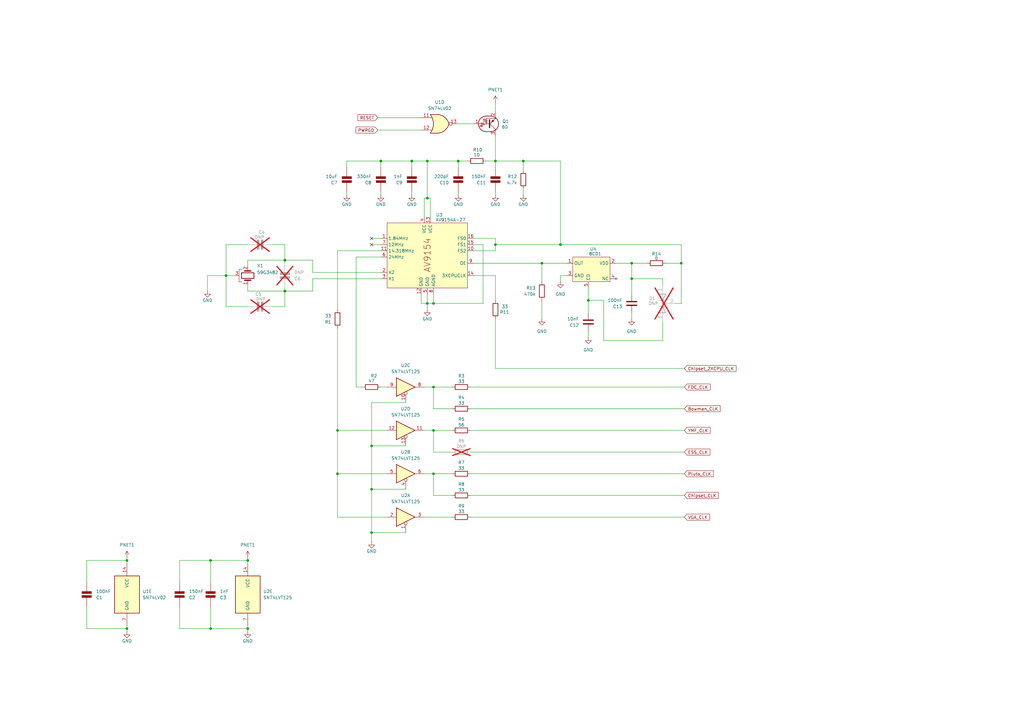
<source format=kicad_sch>
(kicad_sch (version 20250114) (generator "eeschema") (generator_version "9.0")
  (paper "A3")
  (title_block (title "PC110") (company "Recreated by: Ahmad Byagowi"))
  (lib_symbols
    (symbol "74xx:74LS02" (pin_names (offset 1.016))
      (property "Reference" "U" (at 0 1.27 0))
      (property "Value" "74LS02" (at 0 -1.27 0))
      (symbol "74LS02_1_1"
        (arc (start -3.81 3.81) (mid -2.589 0) (end -3.81 -3.81) (stroke (width 0.254)))
        (polyline (pts (xy -3.81 3.81) (xy -0.635 3.81)) (stroke (width 0.254)) (fill (type background)))
        (polyline (pts (xy -3.81 -3.81) (xy -0.635 -3.81)) (stroke (width 0.254)) (fill (type background)))
        (arc (start 3.81 0) (mid 2.1855 -2.584) (end -0.6096 -3.81) (stroke (width 0.254)) (fill (type background)))
        (arc (start -0.6096 3.81) (mid 2.1928 2.5924) (end 3.81 0) (stroke (width 0.254)) (fill (type background)))
        (polyline (pts (xy -0.635 3.81) (xy -3.81 3.81) (xy -3.81 3.81) (xy -3.556 3.4036) (xy -3.0226 2.2606) (xy -2.6924 1.0414) (xy -2.6162 -0.254) (xy -2.7686 -1.4986) (xy -3.175 -2.7178) (xy -3.81 -3.81) (xy -3.81 -3.81) (xy -0.635 -3.81)) (stroke (width -25.4)) (fill (type background)))
        (pin input line (at -7.62 2.54 0) (length 4.318) (name "~") (number "2"))
        (pin input line (at -7.62 -2.54 0) (length 4.318) (name "~") (number "3"))
        (pin output inverted (at 7.62 0 180) (length 3.81) (name "~") (number "1"))
      )
      (symbol "74LS02_1_2"
        (arc (start 0 3.81) (mid 3.7934 0) (end 0 -3.81) (stroke (width 0.254)) (fill (type background)))
        (polyline (pts (xy 0 3.81) (xy -3.81 3.81) (xy -3.81 -3.81) (xy 0 -3.81)) (stroke (width 0.254)) (fill (type background)))
        (pin input inverted (at -7.62 2.54 0) (length 3.81) (name "~") (number "2"))
        (pin input inverted (at -7.62 -2.54 0) (length 3.81) (name "~") (number "3"))
        (pin output line (at 7.62 0 180) (length 3.81) (name "~") (number "1"))
      )
      (symbol "74LS02_2_1"
        (arc (start -3.81 3.81) (mid -2.589 0) (end -3.81 -3.81) (stroke (width 0.254)))
        (polyline (pts (xy -3.81 3.81) (xy -0.635 3.81)) (stroke (width 0.254)) (fill (type background)))
        (polyline (pts (xy -3.81 -3.81) (xy -0.635 -3.81)) (stroke (width 0.254)) (fill (type background)))
        (arc (start 3.81 0) (mid 2.1855 -2.584) (end -0.6096 -3.81) (stroke (width 0.254)) (fill (type background)))
        (arc (start -0.6096 3.81) (mid 2.1928 2.5924) (end 3.81 0) (stroke (width 0.254)) (fill (type background)))
        (polyline (pts (xy -0.635 3.81) (xy -3.81 3.81) (xy -3.81 3.81) (xy -3.556 3.4036) (xy -3.0226 2.2606) (xy -2.6924 1.0414) (xy -2.6162 -0.254) (xy -2.7686 -1.4986) (xy -3.175 -2.7178) (xy -3.81 -3.81) (xy -3.81 -3.81) (xy -0.635 -3.81)) (stroke (width -25.4)) (fill (type background)))
        (pin input line (at -7.62 2.54 0) (length 4.318) (name "~") (number "5"))
        (pin input line (at -7.62 -2.54 0) (length 4.318) (name "~") (number "6"))
        (pin output inverted (at 7.62 0 180) (length 3.81) (name "~") (number "4"))
      )
      (symbol "74LS02_2_2"
        (arc (start 0 3.81) (mid 3.7934 0) (end 0 -3.81) (stroke (width 0.254)) (fill (type background)))
        (polyline (pts (xy 0 3.81) (xy -3.81 3.81) (xy -3.81 -3.81) (xy 0 -3.81)) (stroke (width 0.254)) (fill (type background)))
        (pin input inverted (at -7.62 2.54 0) (length 3.81) (name "~") (number "5"))
        (pin input inverted (at -7.62 -2.54 0) (length 3.81) (name "~") (number "6"))
        (pin output line (at 7.62 0 180) (length 3.81) (name "~") (number "4"))
      )
      (symbol "74LS02_3_1"
        (arc (start -3.81 3.81) (mid -2.589 0) (end -3.81 -3.81) (stroke (width 0.254)))
        (polyline (pts (xy -3.81 3.81) (xy -0.635 3.81)) (stroke (width 0.254)) (fill (type background)))
        (polyline (pts (xy -3.81 -3.81) (xy -0.635 -3.81)) (stroke (width 0.254)) (fill (type background)))
        (arc (start 3.81 0) (mid 2.1855 -2.584) (end -0.6096 -3.81) (stroke (width 0.254)) (fill (type background)))
        (arc (start -0.6096 3.81) (mid 2.1928 2.5924) (end 3.81 0) (stroke (width 0.254)) (fill (type background)))
        (polyline (pts (xy -0.635 3.81) (xy -3.81 3.81) (xy -3.81 3.81) (xy -3.556 3.4036) (xy -3.0226 2.2606) (xy -2.6924 1.0414) (xy -2.6162 -0.254) (xy -2.7686 -1.4986) (xy -3.175 -2.7178) (xy -3.81 -3.81) (xy -3.81 -3.81) (xy -0.635 -3.81)) (stroke (width -25.4)) (fill (type background)))
        (pin input line (at -7.62 2.54 0) (length 4.318) (name "~") (number "8"))
        (pin input line (at -7.62 -2.54 0) (length 4.318) (name "~") (number "9"))
        (pin output inverted (at 7.62 0 180) (length 3.81) (name "~") (number "10"))
      )
      (symbol "74LS02_3_2"
        (arc (start 0 3.81) (mid 3.7934 0) (end 0 -3.81) (stroke (width 0.254)) (fill (type background)))
        (polyline (pts (xy 0 3.81) (xy -3.81 3.81) (xy -3.81 -3.81) (xy 0 -3.81)) (stroke (width 0.254)) (fill (type background)))
        (pin input inverted (at -7.62 2.54 0) (length 3.81) (name "~") (number "8"))
        (pin input inverted (at -7.62 -2.54 0) (length 3.81) (name "~") (number "9"))
        (pin output line (at 7.62 0 180) (length 3.81) (name "~") (number "10"))
      )
      (symbol "74LS02_4_1"
        (arc (start -3.81 3.81) (mid -2.589 0) (end -3.81 -3.81) (stroke (width 0.254)))
        (polyline (pts (xy -3.81 3.81) (xy -0.635 3.81)) (stroke (width 0.254)) (fill (type background)))
        (polyline (pts (xy -3.81 -3.81) (xy -0.635 -3.81)) (stroke (width 0.254)) (fill (type background)))
        (arc (start 3.81 0) (mid 2.1855 -2.584) (end -0.6096 -3.81) (stroke (width 0.254)) (fill (type background)))
        (arc (start -0.6096 3.81) (mid 2.1928 2.5924) (end 3.81 0) (stroke (width 0.254)) (fill (type background)))
        (polyline (pts (xy -0.635 3.81) (xy -3.81 3.81) (xy -3.81 3.81) (xy -3.556 3.4036) (xy -3.0226 2.2606) (xy -2.6924 1.0414) (xy -2.6162 -0.254) (xy -2.7686 -1.4986) (xy -3.175 -2.7178) (xy -3.81 -3.81) (xy -3.81 -3.81) (xy -0.635 -3.81)) (stroke (width -25.4)) (fill (type background)))
        (pin input line (at -7.62 2.54 0) (length 4.318) (name "~") (number "11"))
        (pin input line (at -7.62 -2.54 0) (length 4.318) (name "~") (number "12"))
        (pin output inverted (at 7.62 0 180) (length 3.81) (name "~") (number "13"))
      )
      (symbol "74LS02_4_2"
        (arc (start 0 3.81) (mid 3.7934 0) (end 0 -3.81) (stroke (width 0.254)) (fill (type background)))
        (polyline (pts (xy 0 3.81) (xy -3.81 3.81) (xy -3.81 -3.81) (xy 0 -3.81)) (stroke (width 0.254)) (fill (type background)))
        (pin input inverted (at -7.62 2.54 0) (length 3.81) (name "~") (number "11"))
        (pin input inverted (at -7.62 -2.54 0) (length 3.81) (name "~") (number "12"))
        (pin output line (at 7.62 0 180) (length 3.81) (name "~") (number "13"))
      )
      (symbol "74LS02_5_0"
        (pin power_in line (at 0 12.7 270) (length 5.08) (name "VCC") (number "14"))
        (pin power_in line (at 0 -12.7 90) (length 5.08) (name "GND") (number "7"))
      )
      (symbol "74LS02_5_1"
        (rectangle (start -5.08 7.62) (end 5.08 -7.62) (stroke (width 0.254)) (fill (type background)))
      )
    )
    (symbol "74xx:74LS125" (pin_names (offset 1.016))
      (property "Reference" "U" (at 0 1.27 0))
      (property "Value" "74LS125" (at 0 -1.27 0))
      (symbol "74LS125_1_0"
        (polyline (pts (xy -3.81 3.81) (xy -3.81 -3.81) (xy 3.81 0) (xy -3.81 3.81)) (stroke (width 0.254)) (fill (type background)))
        (pin input line (at -7.62 0 0) (length 3.81) (name "~") (number "2"))
        (pin input inverted (at 0 -6.35 90) (length 4.445) (name "~") (number "1"))
        (pin tri_state line (at 7.62 0 180) (length 3.81) (name "~") (number "3"))
      )
      (symbol "74LS125_2_0"
        (polyline (pts (xy -3.81 3.81) (xy -3.81 -3.81) (xy 3.81 0) (xy -3.81 3.81)) (stroke (width 0.254)) (fill (type background)))
        (pin input line (at -7.62 0 0) (length 3.81) (name "~") (number "5"))
        (pin input inverted (at 0 -6.35 90) (length 4.445) (name "~") (number "4"))
        (pin tri_state line (at 7.62 0 180) (length 3.81) (name "~") (number "6"))
      )
      (symbol "74LS125_3_0"
        (polyline (pts (xy -3.81 3.81) (xy -3.81 -3.81) (xy 3.81 0) (xy -3.81 3.81)) (stroke (width 0.254)) (fill (type background)))
        (pin input line (at -7.62 0 0) (length 3.81) (name "~") (number "9"))
        (pin input inverted (at 0 -6.35 90) (length 4.445) (name "~") (number "10"))
        (pin tri_state line (at 7.62 0 180) (length 3.81) (name "~") (number "8"))
      )
      (symbol "74LS125_4_0"
        (polyline (pts (xy -3.81 3.81) (xy -3.81 -3.81) (xy 3.81 0) (xy -3.81 3.81)) (stroke (width 0.254)) (fill (type background)))
        (pin input line (at -7.62 0 0) (length 3.81) (name "~") (number "12"))
        (pin input inverted (at 0 -6.35 90) (length 4.445) (name "~") (number "13"))
        (pin tri_state line (at 7.62 0 180) (length 3.81) (name "~") (number "11"))
      )
      (symbol "74LS125_5_0"
        (pin power_in line (at 0 12.7 270) (length 5.08) (name "VCC") (number "14"))
        (pin power_in line (at 0 -12.7 90) (length 5.08) (name "GND") (number "7"))
      )
      (symbol "74LS125_5_1"
        (rectangle (start -5.08 7.62) (end 5.08 -7.62) (stroke (width 0.254)) (fill (type background)))
      )
    )
    (symbol "Device:C" (pin_numbers (hide yes)) (pin_names (offset 0.254))
      (property "Reference" "C" (at 0.635 2.54 0))
      (property "Value" "C" (at 0.635 -2.54 0))
      (symbol "C_0_1"
        (polyline (pts (xy -2.032 0.762) (xy 2.032 0.762)) (stroke (width 0.508)))
        (polyline (pts (xy -2.032 -0.762) (xy 2.032 -0.762)) (stroke (width 0.508)))
      )
      (symbol "C_1_1"
        (pin passive line (at 0 3.81 270) (length 2.794) (name "~") (number "1"))
        (pin passive line (at 0 -3.81 90) (length 2.794) (name "~") (number "2"))
      )
    )
    (symbol "Device:Crystal_GND3" (pin_names (offset 1.016) (hide yes))
      (property "Reference" "Y" (at 0 5.715 0))
      (property "Value" "Crystal_GND3" (at 0 3.81 0))
      (symbol "Crystal_GND3_0_1"
        (polyline (pts (xy -2.54 0) (xy -1.905 0)))
        (polyline (pts (xy -2.54 -2.286) (xy -2.54 -3.556) (xy 2.54 -3.556) (xy 2.54 -2.286)))
        (polyline (pts (xy -1.905 -1.27) (xy -1.905 1.27)) (stroke (width 0.508)))
        (rectangle (start -1.143 2.54) (end 1.143 -2.54) (stroke (width 0.3048)))
        (polyline (pts (xy 0 -3.81) (xy 0 -3.556)))
        (polyline (pts (xy 1.905 1.27) (xy 1.905 -1.27)) (stroke (width 0.508)))
        (polyline (pts (xy 1.905 0) (xy 2.54 0)))
      )
      (symbol "Crystal_GND3_1_1"
        (pin passive line (at -3.81 0 0) (length 1.27) (name "1") (number "1"))
        (pin passive line (at 0 -5.08 90) (length 1.27) (name "3") (number "3"))
        (pin passive line (at 3.81 0 180) (length 1.27) (name "2") (number "2"))
      )
    )
    (symbol "Device:D_Dual_CommonCathode_AKA" (pin_names (offset 0.762) (hide yes))
      (property "Reference" "D" (at 1.27 -2.54 0))
      (property "Value" "D_Dual_CommonCathode_AKA" (at 0 2.54 0))
      (symbol "D_Dual_CommonCathode_AKA_0_1"
        (polyline (pts (xy -3.81 1.27) (xy -1.27 0) (xy -3.81 -1.27) (xy -3.81 1.27) (xy -3.81 1.27) (xy -3.81 1.27)) (stroke (width 0.254)))
        (polyline (pts (xy -1.27 -1.27) (xy -1.27 1.27) (xy -1.27 1.27)) (stroke (width 0.254)))
        (polyline (pts (xy 0 0) (xy 0 -2.54)))
        (circle (center 0 0) (radius 0.254) (fill (type outline)))
        (polyline (pts (xy 1.27 -1.27) (xy 1.27 1.27) (xy 1.27 1.27)) (stroke (width 0.254)))
        (polyline (pts (xy 3.81 0) (xy -3.81 0)))
        (polyline (pts (xy 3.81 -1.27) (xy 1.27 0) (xy 3.81 1.27) (xy 3.81 -1.27) (xy 3.81 -1.27) (xy 3.81 -1.27)) (stroke (width 0.254)))
        (pin passive line (at -7.62 0 0) (length 3.81) (name "A") (number "1"))
        (pin passive line (at 0 -5.08 90) (length 2.54) (name "K") (number "2"))
        (pin passive line (at 7.62 0 180) (length 3.81) (name "A") (number "3"))
      )
    )
    (symbol "Device:R" (pin_numbers (hide yes)) (pin_names (offset 0))
      (property "Reference" "R" (at 2.032 0 90))
      (property "Value" "R" (at 0 0 90))
      (symbol "R_0_1"
        (rectangle (start -1.016 -2.54) (end 1.016 2.54) (stroke (width 0.254)))
      )
      (symbol "R_1_1"
        (pin passive line (at 0 3.81 270) (length 1.27) (name "~") (number "1"))
        (pin passive line (at 0 -3.81 90) (length 1.27) (name "~") (number "2"))
      )
    )
    (symbol "PC110:AV9154"
      (property "Reference" "U" (at -1.397 -23.495 0))
      (symbol "AV9154_1_1"
        (rectangle (start -16.51 12.7) (end 16.51 -13.97) (fill (type color) (color 255 255 194 1)))
        (text "AV9154" (at 0 -0.508 900) (effects (font (size 2.54 2.54))))
        (pin output line (at -19.05 6.35 0) (length 2.54) (name "1.84MHz") (number "1"))
        (pin output line (at -19.05 3.81 0) (length 2.54) (name "12MHz") (number "7"))
        (pin output line (at -19.05 1.27 0) (length 2.54) (name "14.318MHz") (number "11"))
        (pin output line (at -19.05 -1.27 0) (length 2.54) (name "24MHz") (number "6"))
        (pin bidirectional line (at -19.05 -7.62 0) (length 2.54) (name "X2") (number "2"))
        (pin bidirectional line (at -19.05 -10.16 0) (length 2.54) (name "X1") (number "3"))
        (pin power_in line (at -2.54 -16.51 90) (length 2.54) (name "GND") (number "12"))
        (pin power_in line (at -1.27 15.24 270) (length 2.54) (name "VCC") (number "4"))
        (pin power_in line (at 0 -16.51 90) (length 2.54) (name "GND") (number "5"))
        (pin power_in line (at 1.27 15.24 270) (length 2.54) (name "VCC") (number "13"))
        (pin power_in line (at 2.54 -16.51 90) (length 2.54) (name "AGND") (number "8"))
        (pin input line (at 19.05 6.35 180) (length 2.54) (name "FS0") (number "16"))
        (pin input line (at 19.05 3.81 180) (length 2.54) (name "FS1") (number "15"))
        (pin input line (at 19.05 1.27 180) (length 2.54) (name "FS2") (number "10"))
        (pin input line (at 19.05 -3.81 180) (length 2.54) (name "OE") (number "9"))
        (pin input line (at 19.05 -8.89 180) (length 2.54) (name "3XCPUCLK") (number "14"))
      )
    )
    (symbol "PC110:QC01"
      (property "Reference" "U" (at -4.826 6.096 0))
      (symbol "QC01_1_1"
        (rectangle (start -7.62 5.08) (end 7.62 -5.08) (fill (type color) (color 255 255 194 1)))
        (pin power_in line (at -10.16 2.54 0) (length 2.54) (name "VDD") (number "2"))
        (pin no_connect line (at -10.16 -3.81 0) (length 2.54) (name "NC") (number "4"))
        (pin input line (at 1.27 -7.62 90) (length 2.54) (name "CD") (number "5"))
        (pin output line (at 10.16 2.54 180) (length 2.54) (name "OUT") (number "1"))
        (pin power_in line (at 10.16 -2.54 180) (length 2.54) (name "GND") (number "3"))
      )
    )
    (symbol "PCM_Elektuur:C" (pin_numbers (hide yes)) (pin_names (offset 0) (hide yes))
      (property "Reference" "C" (at 0.635 3.175 0))
      (property "Value" "C" (at 0.635 -3.175 0))
      (symbol "C_1_1"
        (rectangle (start -1.905 1.1938) (end 1.905 0.4318) (stroke (width 0.254)) (fill (type outline)))
        (rectangle (start -1.905 -0.4318) (end 1.905 -1.1938) (stroke (width 0.254)) (fill (type outline)))
        (pin passive line (at 0 5.08 270) (length 3.8862) (name "+") (number "1"))
        (pin passive line (at 0 -5.08 90) (length 3.8862) (name "-") (number "2"))
      )
      (symbol "C_1_2"
        (polyline (pts (xy -1.905 0.4318) (xy 1.905 0.4318) (xy 1.905 1.4986) (xy -1.905 1.4986) (xy -1.905 0.4318) (xy -1.8034 0.5334) (xy -1.8034 1.397) (xy 1.8034 1.397) (xy 1.8034 0.5334) (xy -1.8034 0.5334) (xy -1.905 0.4318)) (stroke (width 0.254)) (fill (type outline)))
        (polyline (pts (xy -1.905 -1.4986) (xy 1.905 -1.4986) (xy 1.905 -0.4318) (xy -1.905 -0.4318) (xy -1.905 -1.4986) (xy -1.8034 -1.397) (xy -1.8034 -0.5334) (xy 1.8034 -0.5334) (xy 1.8034 -1.397) (xy -1.8034 -1.397) (xy -1.905 -1.4986)) (stroke (width 0.254)) (fill (type outline)))
        (pin passive line (at 0 5.08 270) (length 3.5814) (name "+") (number "1"))
        (pin passive line (at 0 -5.08 90) (length 3.5814) (name "-") (number "2"))
      )
    )
    (symbol "Transistor_BJT:DTA114Y" (pin_names (offset 0) (hide yes))
      (property "Reference" "Q" (at 5.08 1.905 0))
      (property "Value" "DTA114Y" (at 5.08 0 0))
      (symbol "DTA114Y_0_0"
        (text "10k" (at -3.302 0.889 0) (effects (font (size 0.508 0.508))))
        (text "47k" (at -2.159 -1.524 900) (effects (font (size 0.508 0.508))))
      )
      (symbol "DTA114Y_0_1"
        (polyline (pts (xy -3.429 0) (xy -3.81 0)))
        (polyline (pts (xy -1.27 3.175) (xy 0.635 3.175)) (stroke (width 0.254)))
        (circle (center -1.27 0) (radius 0.127))
        (polyline (pts (xy -1.27 0) (xy -1.27 -0.381) (xy -0.762 -0.508) (xy -1.778 -0.762) (xy -0.762 -1.016) (xy -1.778 -1.27) (xy -0.762 -1.524) (xy -1.778 -1.778) (xy -1.27 -1.905) (xy -1.27 -2.286) (xy 2.54 -2.286)))
        (polyline (pts (xy -1.27 -3.175) (xy 0.635 -3.175)) (stroke (width 0.254)))
        (arc (start -1.27 -3.175) (mid -4.4312 0) (end -1.27 3.175) (stroke (width 0.254)))
        (polyline (pts (xy 0 0) (xy -1.905 0) (xy -2.032 0.508) (xy -2.286 -0.508) (xy -2.54 0.508) (xy -2.794 -0.508) (xy -3.048 0.508) (xy -3.302 -0.508) (xy -3.429 0)))
        (polyline (pts (xy 0 -0.254) (xy 2.54 2.286)))
        (polyline (pts (xy 0.127 1.524) (xy 0.127 -1.651)) (stroke (width 0.508)) (fill (type outline)))
        (arc (start 0.635 3.175) (mid 3.7962 0) (end 0.635 -3.175) (stroke (width 0.254)))
        (polyline (pts (xy 1.397 -1.651) (xy 1.905 -1.143) (xy 0.889 -0.635) (xy 1.397 -1.651)) (fill (type outline)))
        (polyline (pts (xy 2.54 2.286) (xy 2.54 2.54)))
        (polyline (pts (xy 2.54 -2.286) (xy 0 0.254) (xy 0 0.254)))
        (circle (center 2.54 -2.286) (radius 0.127))
      )
      (symbol "DTA114Y_1_1"
        (pin input line (at -6.35 0 0) (length 2.54) (name "B") (number "1"))
        (pin passive line (at 2.54 5.08 270) (length 2.54) (name "C") (number "3"))
        (pin passive line (at 2.54 -5.08 90) (length 2.54) (name "E") (number "2"))
      )
    )
    (symbol "power:GND" (power) (pin_numbers (hide yes)) (pin_names (offset 0) (hide yes))
      (property "Value" "GND" (at 0 -3.81 0))
      (symbol "GND_0_1"
        (polyline (pts (xy 0 0) (xy 0 -1.27) (xy 1.27 -1.27) (xy 0 -2.54) (xy -1.27 -1.27) (xy 0 -1.27)))
      )
      (symbol "GND_1_1"
        (pin power_in line (at 0 0 270) (length 0) (name "~") (number "1"))
      )
    )
    (symbol "power:VCC" (power) (pin_numbers (hide yes)) (pin_names (offset 0) (hide yes))
      (property "Value" "VCC" (at 0 3.556 0))
      (symbol "VCC_0_1"
        (polyline (pts (xy -0.762 1.27) (xy 0 2.54)))
        (polyline (pts (xy 0 2.54) (xy 0.762 1.27)))
        (polyline (pts (xy 0 0) (xy 0 2.54)))
      )
      (symbol "VCC_1_1"
        (pin power_in line (at 0 0 90) (length 0) (name "~") (number "1"))
      )
    )
  )
  (junction (at 187.96 66.04))
  (junction (at 214.63 66.04))
  (junction (at 138.43 176.53))
  (junction (at 86.36 257.81))
  (junction (at 92.71 113.03))
  (junction (at 222.25 107.95))
  (junction (at 175.26 81.28))
  (junction (at 177.8 158.75))
  (junction (at 175.26 124.46))
  (junction (at 259.08 107.95))
  (junction (at 203.2 100.33))
  (junction (at 177.8 176.53))
  (junction (at 168.91 66.04))
  (junction (at 177.8 124.46))
  (junction (at 175.26 66.04))
  (junction (at 138.43 194.31))
  (junction (at 241.3 123.19))
  (junction (at 116.84 119.38))
  (junction (at 101.6 229.87))
  (junction (at 152.4 182.88))
  (junction (at 152.4 200.66))
  (junction (at 229.87 100.33))
  (junction (at 116.84 106.68))
  (junction (at 156.21 66.04))
  (junction (at 203.2 66.04))
  (junction (at 152.4 218.44))
  (junction (at 52.07 229.87))
  (junction (at 86.36 229.87))
  (junction (at 101.6 257.81))
  (junction (at 279.4 107.95))
  (junction (at 259.08 114.3))
  (junction (at 52.07 257.81))
  (junction (at 177.8 194.31))
  (no_connect (at 152.4 100.33))
  (no_connect (at 152.4 97.79))
  (wire (pts (xy 259.08 107.95) (xy 259.08 114.3)))
  (wire (pts (xy 85.09 113.03) (xy 92.71 113.03)))
  (wire (pts (xy 172.72 53.34) (xy 154.94 53.34)))
  (wire (pts (xy 247.65 139.7) (xy 247.65 123.19)))
  (wire (pts (xy 198.12 100.33) (xy 198.12 124.46)))
  (wire (pts (xy 203.2 55.88) (xy 203.2 66.04)))
  (wire (pts (xy 203.2 100.33) (xy 229.87 100.33)))
  (wire (pts (xy 156.21 66.04) (xy 156.21 68.58)))
  (wire (pts (xy 247.65 123.19) (xy 241.3 123.19)))
  (wire (pts (xy 185.42 203.2) (xy 177.8 203.2)))
  (wire (pts (xy 203.2 102.87) (xy 194.31 102.87)))
  (wire (pts (xy 101.6 256.54) (xy 101.6 257.81)))
  (wire (pts (xy 175.26 127) (xy 175.26 124.46)))
  (wire (pts (xy 175.26 124.46) (xy 177.8 124.46)))
  (wire (pts (xy 138.43 127) (xy 138.43 102.87)))
  (wire (pts (xy 252.73 107.95) (xy 259.08 107.95)))
  (wire (pts (xy 265.43 107.95) (xy 259.08 107.95)))
  (wire (pts (xy 116.84 125.73) (xy 116.84 119.38)))
  (wire (pts (xy 35.56 229.87) (xy 52.07 229.87)))
  (wire (pts (xy 173.99 88.9) (xy 173.99 81.28)))
  (wire (pts (xy 138.43 212.09) (xy 158.75 212.09)))
  (wire (pts (xy 203.2 151.13) (xy 280.67 151.13)))
  (wire (pts (xy 142.24 78.74) (xy 142.24 80.01)))
  (wire (pts (xy 176.53 81.28) (xy 176.53 88.9)))
  (wire (pts (xy 86.36 248.92) (xy 86.36 257.81)))
  (wire (pts (xy 193.04 203.2) (xy 280.67 203.2)))
  (wire (pts (xy 148.59 158.75) (xy 146.05 158.75)))
  (wire (pts (xy 271.78 116.84) (xy 271.78 114.3)))
  (wire (pts (xy 279.4 107.95) (xy 279.4 100.33)))
  (wire (pts (xy 232.41 113.03) (xy 229.87 113.03)))
  (wire (pts (xy 173.99 194.31) (xy 177.8 194.31)))
  (wire (pts (xy 175.26 81.28) (xy 176.53 81.28)))
  (wire (pts (xy 194.31 100.33) (xy 198.12 100.33)))
  (wire (pts (xy 203.2 41.91) (xy 203.2 45.72)))
  (wire (pts (xy 152.4 182.88) (xy 152.4 200.66)))
  (wire (pts (xy 101.6 106.68) (xy 101.6 109.22)))
  (wire (pts (xy 279.4 107.95) (xy 273.05 107.95)))
  (wire (pts (xy 128.27 114.3) (xy 156.21 114.3)))
  (wire (pts (xy 138.43 194.31) (xy 158.75 194.31)))
  (wire (pts (xy 172.72 124.46) (xy 175.26 124.46)))
  (wire (pts (xy 271.78 139.7) (xy 247.65 139.7)))
  (wire (pts (xy 193.04 194.31) (xy 280.67 194.31)))
  (wire (pts (xy 203.2 66.04) (xy 203.2 68.58)))
  (wire (pts (xy 128.27 119.38) (xy 116.84 119.38)))
  (wire (pts (xy 276.86 124.46) (xy 279.4 124.46)))
  (wire (pts (xy 101.6 119.38) (xy 101.6 116.84)))
  (wire (pts (xy 101.6 100.33) (xy 92.71 100.33)))
  (wire (pts (xy 241.3 123.19) (xy 241.3 128.27)))
  (wire (pts (xy 152.4 182.88) (xy 166.37 182.88)))
  (wire (pts (xy 92.71 125.73) (xy 92.71 113.03)))
  (wire (pts (xy 73.66 229.87) (xy 86.36 229.87)))
  (wire (pts (xy 175.26 66.04) (xy 175.26 81.28)))
  (wire (pts (xy 116.84 119.38) (xy 116.84 118.11)))
  (wire (pts (xy 116.84 106.68) (xy 116.84 107.95)))
  (wire (pts (xy 214.63 69.85) (xy 214.63 66.04)))
  (wire (pts (xy 156.21 66.04) (xy 168.91 66.04)))
  (wire (pts (xy 138.43 176.53) (xy 138.43 194.31)))
  (wire (pts (xy 193.04 176.53) (xy 280.67 176.53)))
  (wire (pts (xy 92.71 100.33) (xy 92.71 113.03)))
  (wire (pts (xy 259.08 128.27) (xy 259.08 130.81)))
  (wire (pts (xy 194.31 107.95) (xy 222.25 107.95)))
  (wire (pts (xy 152.4 200.66) (xy 166.37 200.66)))
  (wire (pts (xy 128.27 111.76) (xy 128.27 106.68)))
  (wire (pts (xy 156.21 78.74) (xy 156.21 80.01)))
  (wire (pts (xy 203.2 66.04) (xy 199.39 66.04)))
  (wire (pts (xy 152.4 100.33) (xy 156.21 100.33)))
  (wire (pts (xy 52.07 257.81) (xy 35.56 257.81)))
  (wire (pts (xy 203.2 78.74) (xy 203.2 80.01)))
  (wire (pts (xy 116.84 119.38) (xy 101.6 119.38)))
  (wire (pts (xy 214.63 77.47) (xy 214.63 80.01)))
  (wire (pts (xy 259.08 114.3) (xy 271.78 114.3)))
  (wire (pts (xy 177.8 203.2) (xy 177.8 194.31)))
  (wire (pts (xy 173.99 212.09) (xy 185.42 212.09)))
  (wire (pts (xy 241.3 135.89) (xy 241.3 138.43)))
  (wire (pts (xy 177.8 158.75) (xy 185.42 158.75)))
  (wire (pts (xy 142.24 68.58) (xy 142.24 66.04)))
  (wire (pts (xy 73.66 238.76) (xy 73.66 229.87)))
  (wire (pts (xy 168.91 78.74) (xy 168.91 80.01)))
  (wire (pts (xy 52.07 228.6) (xy 52.07 229.87)))
  (wire (pts (xy 177.8 124.46) (xy 177.8 120.65)))
  (wire (pts (xy 152.4 97.79) (xy 156.21 97.79)))
  (wire (pts (xy 203.2 100.33) (xy 203.2 102.87)))
  (wire (pts (xy 92.71 125.73) (xy 101.6 125.73)))
  (wire (pts (xy 52.07 229.87) (xy 52.07 231.14)))
  (wire (pts (xy 214.63 66.04) (xy 229.87 66.04)))
  (wire (pts (xy 193.04 185.42) (xy 280.67 185.42)))
  (wire (pts (xy 92.71 113.03) (xy 96.52 113.03)))
  (wire (pts (xy 177.8 167.64) (xy 177.8 158.75)))
  (wire (pts (xy 191.77 66.04) (xy 187.96 66.04)))
  (wire (pts (xy 185.42 185.42) (xy 177.8 185.42)))
  (wire (pts (xy 222.25 115.57) (xy 222.25 107.95)))
  (wire (pts (xy 193.04 212.09) (xy 280.67 212.09)))
  (wire (pts (xy 203.2 130.81) (xy 203.2 151.13)))
  (wire (pts (xy 203.2 97.79) (xy 203.2 100.33)))
  (wire (pts (xy 166.37 165.1) (xy 152.4 165.1)))
  (wire (pts (xy 271.78 132.08) (xy 271.78 139.7)))
  (wire (pts (xy 187.96 68.58) (xy 187.96 66.04)))
  (wire (pts (xy 73.66 257.81) (xy 86.36 257.81)))
  (wire (pts (xy 35.56 257.81) (xy 35.56 248.92)))
  (wire (pts (xy 194.31 50.8) (xy 187.96 50.8)))
  (wire (pts (xy 52.07 256.54) (xy 52.07 257.81)))
  (wire (pts (xy 194.31 97.79) (xy 203.2 97.79)))
  (wire (pts (xy 101.6 228.6) (xy 101.6 229.87)))
  (wire (pts (xy 259.08 114.3) (xy 259.08 120.65)))
  (wire (pts (xy 222.25 107.95) (xy 232.41 107.95)))
  (wire (pts (xy 168.91 66.04) (xy 168.91 68.58)))
  (wire (pts (xy 52.07 259.08) (xy 52.07 257.81)))
  (wire (pts (xy 175.26 120.65) (xy 175.26 124.46)))
  (wire (pts (xy 229.87 66.04) (xy 229.87 100.33)))
  (wire (pts (xy 116.84 106.68) (xy 101.6 106.68)))
  (wire (pts (xy 214.63 66.04) (xy 203.2 66.04)))
  (wire (pts (xy 193.04 158.75) (xy 280.67 158.75)))
  (wire (pts (xy 194.31 113.03) (xy 203.2 113.03)))
  (wire (pts (xy 111.76 100.33) (xy 116.84 100.33)))
  (wire (pts (xy 172.72 48.26) (xy 154.94 48.26)))
  (wire (pts (xy 173.99 176.53) (xy 177.8 176.53)))
  (wire (pts (xy 279.4 100.33) (xy 229.87 100.33)))
  (wire (pts (xy 177.8 176.53) (xy 185.42 176.53)))
  (wire (pts (xy 73.66 248.92) (xy 73.66 257.81)))
  (wire (pts (xy 86.36 257.81) (xy 101.6 257.81)))
  (wire (pts (xy 146.05 105.41) (xy 146.05 158.75)))
  (wire (pts (xy 229.87 113.03) (xy 229.87 115.57)))
  (wire (pts (xy 177.8 194.31) (xy 185.42 194.31)))
  (wire (pts (xy 152.4 218.44) (xy 166.37 218.44)))
  (wire (pts (xy 128.27 106.68) (xy 116.84 106.68)))
  (wire (pts (xy 116.84 100.33) (xy 116.84 106.68)))
  (wire (pts (xy 35.56 238.76) (xy 35.56 229.87)))
  (wire (pts (xy 156.21 158.75) (xy 158.75 158.75)))
  (wire (pts (xy 241.3 118.11) (xy 241.3 123.19)))
  (wire (pts (xy 85.09 119.38) (xy 85.09 113.03)))
  (wire (pts (xy 86.36 229.87) (xy 101.6 229.87)))
  (wire (pts (xy 187.96 78.74) (xy 187.96 80.01)))
  (wire (pts (xy 279.4 124.46) (xy 279.4 107.95)))
  (wire (pts (xy 185.42 167.64) (xy 177.8 167.64)))
  (wire (pts (xy 138.43 194.31) (xy 138.43 212.09)))
  (wire (pts (xy 101.6 229.87) (xy 101.6 231.14)))
  (wire (pts (xy 173.99 81.28) (xy 175.26 81.28)))
  (wire (pts (xy 198.12 124.46) (xy 177.8 124.46)))
  (wire (pts (xy 138.43 176.53) (xy 158.75 176.53)))
  (wire (pts (xy 146.05 105.41) (xy 156.21 105.41)))
  (wire (pts (xy 222.25 123.19) (xy 222.25 130.81)))
  (wire (pts (xy 138.43 134.62) (xy 138.43 176.53)))
  (wire (pts (xy 111.76 125.73) (xy 116.84 125.73)))
  (wire (pts (xy 152.4 200.66) (xy 152.4 218.44)))
  (wire (pts (xy 86.36 229.87) (xy 86.36 238.76)))
  (wire (pts (xy 193.04 167.64) (xy 280.67 167.64)))
  (wire (pts (xy 172.72 120.65) (xy 172.72 124.46)))
  (wire (pts (xy 168.91 66.04) (xy 175.26 66.04)))
  (wire (pts (xy 177.8 185.42) (xy 177.8 176.53)))
  (wire (pts (xy 138.43 102.87) (xy 156.21 102.87)))
  (wire (pts (xy 175.26 66.04) (xy 187.96 66.04)))
  (wire (pts (xy 142.24 66.04) (xy 156.21 66.04)))
  (wire (pts (xy 173.99 158.75) (xy 177.8 158.75)))
  (wire (pts (xy 101.6 257.81) (xy 101.6 259.08)))
  (wire (pts (xy 152.4 165.1) (xy 152.4 182.88)))
  (wire (pts (xy 203.2 113.03) (xy 203.2 123.19)))
  (wire (pts (xy 128.27 114.3) (xy 128.27 119.38)))
  (wire (pts (xy 128.27 111.76) (xy 156.21 111.76)))
  (wire (pts (xy 152.4 218.44) (xy 152.4 222.25)))
  (global_label "RESET" (shape input) (at 154.94 48.26 180) (property "Intersheetrefs" "${INTERSHEET_REFS}" (effects (hide yes))))
  (global_label "VGA_CLK" (shape input) (at 280.67 212.09 0) (property "Intersheetrefs" "${INTERSHEET_REFS}" (effects (hide yes))))
  (global_label "YMF_CLK" (shape input) (at 280.67 176.53 0) (property "Intersheetrefs" "${INTERSHEET_REFS}" (effects (hide yes))))
  (global_label "Bowman_CLK" (shape input) (at 280.67 167.64 0) (property "Intersheetrefs" "${INTERSHEET_REFS}" (effects (hide yes))))
  (global_label "PWRGD" (shape input) (at 154.94 53.34 180) (property "Intersheetrefs" "${INTERSHEET_REFS}" (effects (hide yes))))
  (global_label "Chipset_2XCPU_CLK" (shape input) (at 280.67 151.13 0) (property "Intersheetrefs" "${INTERSHEET_REFS}" (effects (hide yes))))
  (global_label "FDC_CLK" (shape input) (at 280.67 158.75 0) (property "Intersheetrefs" "${INTERSHEET_REFS}" (effects (hide yes))))
  (global_label "Pluto_CLK" (shape input) (at 280.67 194.31 0) (property "Intersheetrefs" "${INTERSHEET_REFS}" (effects (hide yes))))
  (global_label "ESS_CLK" (shape input) (at 280.67 185.42 0) (property "Intersheetrefs" "${INTERSHEET_REFS}" (effects (hide yes))))
  (global_label "Chipset_CLK" (shape input) (at 280.67 203.2 0) (property "Intersheetrefs" "${INTERSHEET_REFS}" (effects (hide yes))))
  (symbol (lib_id "power:GND") (at 175.26 127 0) (unit 1)
    (property "Reference" "#PWR010" (effects (hide yes)))
    (property "Value" "GND" (at 175.26 130.81 0))
    (property "Description" "Power symbol creates a global label with name \"GND\" , ground" (effects (hide yes)))
  )
  (symbol (lib_id "Device:R") (at 214.63 73.66 0) (mirror y) (unit 1)
    (property "Reference" "R12" (at 212.09 72.3899 0) (effects (justify left)))
    (property "Value" "4.7k" (at 212.09 74.9299 0) (effects (justify left)))
    (property "Footprint" "PCM_Resistor_SMD_AKL:R_0402_1005Metric" (effects (hide yes)))
  )
  (symbol (lib_id "power:GND") (at 229.87 115.57 0) (mirror y) (unit 1)
    (property "Reference" "#PWR016" (effects (hide yes)))
    (property "Value" "GND" (at 229.87 120.65 0))
    (property "Description" "Power symbol creates a global label with name \"GND\" , ground" (effects (hide yes)))
  )
  (symbol (lib_id "74xx:74LS02") (at 52.07 243.84 0) (unit 5)
    (property "Reference" "U1" (at 58.42 242.5699 0) (effects (justify left)))
    (property "Value" "SN74LV02" (at 58.42 245.1099 0) (effects (justify left)))
    (property "Footprint" "Package_SO:TSSOP-14_4.4x5mm_P0.65mm" (effects (hide yes)))
    (property "Datasheet" "https://github.com/ahmadexp/PC110-Mainboard-Schematic/blob/main/datasheets/bottom/f-V02.pdf" (effects (hide yes)))
    (property "Description" "Quadruple 2-Input Positive-NOR Gates" (effects (hide yes)))
  )
  (symbol (lib_id "Device:R") (at 195.58 66.04 270) (unit 1)
    (property "Reference" "R10" (at 197.866 61.468 90) (effects (justify right)))
    (property "Value" "10" (at 196.8499 63.5 90) (effects (justify right)))
    (property "Footprint" "PCM_Resistor_SMD_AKL:R_0805_2012Metric" (effects (hide yes)))
  )
  (symbol (lib_id "74xx:74LS125") (at 166.37 212.09 0) (unit 1)
    (property "Reference" "U2" (at 166.37 203.2 0))
    (property "Value" "SN74LVT125" (at 166.37 205.74 0))
    (property "Footprint" "Package_SO:TSSOP-14_4.4x5mm_P0.65mm" (effects (hide yes)))
    (property "Datasheet" "https://github.com/ahmadexp/PC110-Mainboard-Schematic/blob/main/datasheets/bottom/a%26e-V125.pdf" (effects (hide yes)))
    (property "Description" "ABT QUADRUPLE BUS BUFFER WITH 3STATE OUTPUTS" (effects (hide yes)))
  )
  (symbol (lib_id "74xx:74LS125") (at 166.37 158.75 0) (unit 3)
    (property "Reference" "U2" (at 166.37 149.86 0))
    (property "Value" "SN74LVT125" (at 166.37 152.4 0))
    (property "Footprint" "Package_SO:TSSOP-14_4.4x5mm_P0.65mm" (effects (hide yes)))
    (property "Datasheet" "https://github.com/ahmadexp/PC110-Mainboard-Schematic/blob/main/datasheets/bottom/a%26e-V125.pdf" (effects (hide yes)))
    (property "Description" "ABT QUADRUPLE BUS BUFFER WITH 3STATE OUTPUTS" (effects (hide yes)))
  )
  (symbol (lib_id "power:GND") (at 259.08 130.81 0) (mirror y) (unit 1)
    (property "Reference" "#PWR018" (effects (hide yes)))
    (property "Value" "GND" (at 259.08 135.89 0))
    (property "Description" "Power symbol creates a global label with name \"GND\" , ground" (effects (hide yes)))
  )
  (symbol (lib_id "Device:R") (at 189.23 185.42 90) (unit 1) (dnp yes)
    (property "Reference" "R6" (at 189.23 180.848 90))
    (property "Value" "DNP" (at 189.23 183.134 90))
    (property "Footprint" "PCM_Resistor_SMD_AKL:R_0402_1005Metric" (effects (hide yes)))
  )
  (symbol (lib_id "Transistor_BJT:DTA114Y") (at 200.66 50.8 0) (mirror x) (unit 1)
    (property "Reference" "Q1" (at 205.994 49.7839 0) (effects (justify left)))
    (property "Value" "6D" (at 205.74 52.07 0) (effects (justify left)))
    (property "Footprint" "PCM_Package_TO_SOT_SMD_AKL:SOT-23" (effects (hide yes)))
  )
  (symbol (lib_id "PCM_Elektuur:C") (at 168.91 73.66 180) (unit 1)
    (property "Reference" "C9" (at 165.1 74.9301 0) (effects (justify left)))
    (property "Value" "1nF" (at 165.1 72.3901 0) (effects (justify left)))
    (property "Footprint" "Capacitor_SMD:C_0402_1005Metric" (effects (hide yes)))
  )
  (symbol (lib_id "PC110:QC01") (at 242.57 110.49 0) (mirror y) (unit 1)
    (property "Reference" "U4" (at 243.332 102.108 0))
    (property "Value" "8C01" (at 244.094 104.14 0))
    (property "Footprint" "Package_TO_SOT_SMD:SOT-23-5" (effects (hide yes)))
  )
  (symbol (lib_id "PCM_Elektuur:C") (at 156.21 73.66 180) (unit 1)
    (property "Reference" "C8" (at 152.4 74.9301 0) (effects (justify left)))
    (property "Value" "330nF" (at 152.4 72.3901 0) (effects (justify left)))
    (property "Footprint" "Capacitor_SMD:C_0603_1608Metric" (effects (hide yes)))
  )
  (symbol (lib_id "power:GND") (at 168.91 80.01 0) (mirror y) (unit 1)
    (property "Reference" "#PWR09" (effects (hide yes)))
    (property "Value" "GND" (at 168.91 83.82 0))
    (property "Description" "Power symbol creates a global label with name \"GND\" , ground" (effects (hide yes)))
  )
  (symbol (lib_id "Device:R") (at 222.25 119.38 0) (mirror y) (unit 1)
    (property "Reference" "R13" (at 219.71 118.1099 0) (effects (justify left)))
    (property "Value" "470k" (at 219.71 120.6499 0) (effects (justify left)))
    (property "Footprint" "PCM_Resistor_SMD_AKL:R_0402_1005Metric" (effects (hide yes)))
  )
  (symbol (lib_id "PCM_Elektuur:C") (at 86.36 243.84 0) (mirror x) (unit 1)
    (property "Reference" "C3" (at 90.17 245.1101 0) (effects (justify left)))
    (property "Value" "1nF" (at 90.17 242.5701 0) (effects (justify left)))
    (property "Footprint" "Capacitor_SMD:C_0402_1005Metric" (effects (hide yes)))
  )
  (symbol (lib_id "Device:R") (at 138.43 130.81 0) (mirror x) (unit 1)
    (property "Reference" "R1" (at 135.89 132.0801 0) (effects (justify right)))
    (property "Value" "33" (at 135.89 129.5401 0) (effects (justify right)))
    (property "Footprint" "PCM_Resistor_SMD_AKL:R_0402_1005Metric" (effects (hide yes)))
  )
  (symbol (lib_id "Device:C") (at 259.08 124.46 0) (unit 1)
    (property "Reference" "C13" (at 255.27 125.7301 0) (effects (justify right)))
    (property "Value" "100nF" (at 255.27 123.1901 0) (effects (justify right)))
    (property "Footprint" "Capacitor_SMD:C_0402_1005Metric" (effects (hide yes)))
  )
  (symbol (lib_id "Device:R") (at 269.24 107.95 270) (mirror x) (unit 1)
    (property "Reference" "R14" (at 269.24 104.14 90))
    (property "Value" "0" (at 269.24 105.918 90))
    (property "Footprint" "PCM_Resistor_SMD_AKL:R_0402_1005Metric" (effects (hide yes)))
  )
  (symbol (lib_id "Device:Crystal_GND3") (at 101.6 113.03 270) (mirror x) (unit 1)
    (property "Reference" "X1" (at 105.41 108.966 90) (effects (justify left)))
    (property "Value" "59G3482" (at 105.41 111.7601 90) (effects (justify left)))
    (property "Footprint" "PC110:XTAL-6" (effects (hide yes)))
  )
  (symbol (lib_id "PCM_Elektuur:C") (at 106.68 125.73 270) (unit 1) (dnp yes)
    (property "Reference" "C5" (at 104.648 120.65 90) (effects (justify left)))
    (property "Value" "DNP" (at 104.902 122.682 90) (effects (justify left)))
    (property "Footprint" "Capacitor_SMD:C_0402_1005Metric" (effects (hide yes)))
  )
  (symbol (lib_id "Device:R") (at 189.23 167.64 90) (unit 1)
    (property "Reference" "R4" (at 189.23 163.068 90))
    (property "Value" "33" (at 189.23 165.354 90))
    (property "Footprint" "PCM_Resistor_SMD_AKL:R_0402_1005Metric" (effects (hide yes)))
  )
  (symbol (lib_id "PCM_Elektuur:C") (at 35.56 243.84 0) (mirror x) (unit 1)
    (property "Reference" "C1" (at 39.37 245.1101 0) (effects (justify left)))
    (property "Value" "100nF" (at 39.37 242.5701 0) (effects (justify left)))
    (property "Footprint" "Capacitor_SMD:C_0402_1005Metric" (effects (hide yes)))
  )
  (symbol (lib_id "power:VCC") (at 101.6 228.6 0) (mirror y) (unit 1)
    (property "Reference" "#PWR04" (effects (hide yes)))
    (property "Value" "PNET1" (at 101.6 223.52 0))
    (property "Description" "Power symbol creates a global label with name \"VCC\"" (effects (hide yes)))
  )
  (symbol (lib_id "PCM_Elektuur:C") (at 203.2 73.66 180) (unit 1)
    (property "Reference" "C11" (at 199.39 74.9301 0) (effects (justify left)))
    (property "Value" "150nF" (at 199.39 72.3901 0) (effects (justify left)))
    (property "Footprint" "Capacitor_SMD:C_0402_1005Metric" (effects (hide yes)))
  )
  (symbol (lib_id "PC110:AV9154") (at 175.26 104.14 0) (unit 1)
    (property "Reference" "U3" (at 178.816 88.138 0) (effects (justify left)))
    (property "Value" "AV9154A-27" (at 178.6733 90.17 0) (effects (justify left)))
    (property "Footprint" "PC110:SOIC-16W" (effects (hide yes)))
  )
  (symbol (lib_id "power:GND") (at 101.6 259.08 0) (unit 1)
    (property "Reference" "#PWR05" (effects (hide yes)))
    (property "Value" "GND" (at 101.6 262.89 0))
    (property "Description" "Power symbol creates a global label with name \"GND\" , ground" (effects (hide yes)))
  )
  (symbol (lib_id "Device:D_Dual_CommonCathode_AKA") (at 271.78 124.46 90) (mirror x) (unit 1) (dnp yes)
    (property "Reference" "D1" (at 267.462 122.428 90))
    (property "Value" "DNP" (at 267.97 124.46 90))
    (property "Footprint" "PC110:3D" (effects (hide yes)))
  )
  (symbol (lib_id "power:VCC") (at 52.07 228.6 0) (mirror y) (unit 1)
    (property "Reference" "#PWR01" (effects (hide yes)))
    (property "Value" "PNET1" (at 52.07 223.52 0))
    (property "Description" "Power symbol creates a global label with name \"VCC\"" (effects (hide yes)))
  )
  (symbol (lib_id "Device:R") (at 152.4 158.75 270) (unit 1)
    (property "Reference" "R2" (at 154.686 154.178 90) (effects (justify right)))
    (property "Value" "47" (at 153.6699 156.21 90) (effects (justify right)))
    (property "Footprint" "PCM_Resistor_SMD_AKL:R_0402_1005Metric" (effects (hide yes)))
  )
  (symbol (lib_id "74xx:74LS02") (at 180.34 50.8 0) (unit 4)
    (property "Reference" "U1" (at 180.34 41.91 0))
    (property "Value" "SN74LV02" (at 180.34 44.45 0))
    (property "Footprint" "Package_SO:TSSOP-14_4.4x5mm_P0.65mm" (effects (hide yes)))
    (property "Datasheet" "https://github.com/ahmadexp/PC110-Mainboard-Schematic/blob/main/datasheets/bottom/f-V02.pdf" (effects (hide yes)))
    (property "Description" "Quadruple 2-Input Positive-NOR Gates" (effects (hide yes)))
  )
  (symbol (lib_id "power:GND") (at 187.96 80.01 0) (mirror y) (unit 1)
    (property "Reference" "#PWR011" (effects (hide yes)))
    (property "Value" "GND" (at 187.96 83.82 0))
    (property "Description" "Power symbol creates a global label with name \"GND\" , ground" (effects (hide yes)))
  )
  (symbol (lib_id "Device:R") (at 203.2 127 0) (mirror y) (unit 1)
    (property "Reference" "R11" (at 204.978 128.016 0) (effects (justify right)))
    (property "Value" "33" (at 205.74 125.7301 0) (effects (justify right)))
    (property "Footprint" "PCM_Resistor_SMD_AKL:R_0402_1005Metric" (effects (hide yes)))
  )
  (symbol (lib_id "Device:C") (at 241.3 132.08 0) (unit 1)
    (property "Reference" "C12" (at 237.49 133.3501 0) (effects (justify right)))
    (property "Value" "10nF" (at 237.49 130.8101 0) (effects (justify right)))
    (property "Footprint" "Capacitor_SMD:C_0603_1608Metric" (effects (hide yes)))
  )
  (symbol (lib_id "power:GND") (at 203.2 80.01 0) (mirror y) (unit 1)
    (property "Reference" "#PWR013" (effects (hide yes)))
    (property "Value" "GND" (at 203.2 83.82 0))
    (property "Description" "Power symbol creates a global label with name \"GND\" , ground" (effects (hide yes)))
  )
  (symbol (lib_id "74xx:74LS125") (at 101.6 243.84 0) (unit 5)
    (property "Reference" "U2" (at 107.95 242.5699 0) (effects (justify left)))
    (property "Value" "SN74LVT125" (at 107.95 245.1099 0) (effects (justify left)))
    (property "Footprint" "Package_SO:TSSOP-14_4.4x5mm_P0.65mm" (effects (hide yes)))
    (property "Datasheet" "https://github.com/ahmadexp/PC110-Mainboard-Schematic/blob/main/datasheets/bottom/a%26e-V125.pdf" (effects (hide yes)))
    (property "Description" "ABT QUADRUPLE BUS BUFFER WITH 3STATE OUTPUTS" (effects (hide yes)))
  )
  (symbol (lib_id "power:GND") (at 152.4 222.25 0) (mirror y) (unit 1)
    (property "Reference" "#PWR07" (effects (hide yes)))
    (property "Value" "GND" (at 152.4 226.06 0))
    (property "Description" "Power symbol creates a global label with name \"GND\" , ground" (effects (hide yes)))
  )
  (symbol (lib_id "Device:R") (at 189.23 176.53 90) (unit 1)
    (property "Reference" "R5" (at 189.23 171.958 90))
    (property "Value" "56" (at 189.23 174.244 90))
    (property "Footprint" "PCM_Resistor_SMD_AKL:R_0402_1005Metric" (effects (hide yes)))
  )
  (symbol (lib_id "power:GND") (at 156.21 80.01 0) (mirror y) (unit 1)
    (property "Reference" "#PWR08" (effects (hide yes)))
    (property "Value" "GND" (at 156.21 83.82 0))
    (property "Description" "Power symbol creates a global label with name \"GND\" , ground" (effects (hide yes)))
  )
  (symbol (lib_id "PCM_Elektuur:C") (at 116.84 113.03 0) (mirror x) (unit 1) (dnp yes)
    (property "Reference" "C6" (at 120.65 114.3001 0) (effects (justify left)))
    (property "Value" "DNP" (at 120.65 111.7601 0) (effects (justify left)))
    (property "Footprint" "Capacitor_SMD:C_0402_1005Metric" (effects (hide yes)))
  )
  (symbol (lib_id "74xx:74LS125") (at 166.37 194.31 0) (unit 2)
    (property "Reference" "U2" (at 166.37 185.42 0))
    (property "Value" "SN74LVT125" (at 166.37 187.96 0))
    (property "Footprint" "Package_SO:TSSOP-14_4.4x5mm_P0.65mm" (effects (hide yes)))
    (property "Datasheet" "https://github.com/ahmadexp/PC110-Mainboard-Schematic/blob/main/datasheets/bottom/a%26e-V125.pdf" (effects (hide yes)))
    (property "Description" "ABT QUADRUPLE BUS BUFFER WITH 3STATE OUTPUTS" (effects (hide yes)))
  )
  (symbol (lib_id "Device:R") (at 189.23 212.09 270) (mirror x) (unit 1)
    (property "Reference" "R9" (at 189.23 207.518 90))
    (property "Value" "33" (at 189.23 209.804 90))
    (property "Footprint" "PCM_Resistor_SMD_AKL:R_0402_1005Metric" (effects (hide yes)))
  )
  (symbol (lib_id "power:VCC") (at 203.2 41.91 0) (unit 1)
    (property "Reference" "#PWR012" (effects (hide yes)))
    (property "Value" "PNET1" (at 203.2 36.83 0))
    (property "Description" "Power symbol creates a global label with name \"VCC\"" (effects (hide yes)))
  )
  (symbol (lib_id "PCM_Elektuur:C") (at 106.68 100.33 90) (mirror x) (unit 1) (dnp yes)
    (property "Reference" "C4" (at 108.712 95.25 90) (effects (justify left)))
    (property "Value" "DNP" (at 108.458 97.282 90) (effects (justify left)))
    (property "Footprint" "Capacitor_SMD:C_0402_1005Metric" (effects (hide yes)))
  )
  (symbol (lib_id "power:GND") (at 241.3 138.43 0) (mirror y) (unit 1)
    (property "Reference" "#PWR017" (effects (hide yes)))
    (property "Value" "GND" (at 241.3 143.51 0))
    (property "Description" "Power symbol creates a global label with name \"GND\" , ground" (effects (hide yes)))
  )
  (symbol (lib_id "Device:R") (at 189.23 158.75 90) (unit 1)
    (property "Reference" "R3" (at 189.23 154.178 90))
    (property "Value" "33" (at 189.23 156.464 90))
    (property "Footprint" "PCM_Resistor_SMD_AKL:R_0402_1005Metric" (effects (hide yes)))
  )
  (symbol (lib_id "power:GND") (at 52.07 259.08 0) (unit 1)
    (property "Reference" "#PWR02" (effects (hide yes)))
    (property "Value" "GND" (at 52.07 262.89 0))
    (property "Description" "Power symbol creates a global label with name \"GND\" , ground" (effects (hide yes)))
  )
  (symbol (lib_id "74xx:74LS125") (at 166.37 176.53 0) (unit 4)
    (property "Reference" "U2" (at 166.37 167.64 0))
    (property "Value" "SN74LVT125" (at 166.37 170.18 0))
    (property "Footprint" "Package_SO:TSSOP-14_4.4x5mm_P0.65mm" (effects (hide yes)))
    (property "Datasheet" "https://github.com/ahmadexp/PC110-Mainboard-Schematic/blob/main/datasheets/bottom/a%26e-V125.pdf" (effects (hide yes)))
    (property "Description" "ABT QUADRUPLE BUS BUFFER WITH 3STATE OUTPUTS" (effects (hide yes)))
  )
  (symbol (lib_id "power:GND") (at 142.24 80.01 0) (mirror y) (unit 1)
    (property "Reference" "#PWR06" (effects (hide yes)))
    (property "Value" "GND" (at 142.24 83.82 0))
    (property "Description" "Power symbol creates a global label with name \"GND\" , ground" (effects (hide yes)))
  )
  (symbol (lib_id "PCM_Elektuur:C") (at 187.96 73.66 180) (unit 1)
    (property "Reference" "C10" (at 184.15 74.9301 0) (effects (justify left)))
    (property "Value" "220pF" (at 184.15 72.3901 0) (effects (justify left)))
    (property "Footprint" "Capacitor_SMD:C_0402_1005Metric" (effects (hide yes)))
  )
  (symbol (lib_id "Device:R") (at 189.23 194.31 270) (mirror x) (unit 1)
    (property "Reference" "R7" (at 189.23 189.738 90))
    (property "Value" "33" (at 189.23 192.024 90))
    (property "Footprint" "PCM_Resistor_SMD_AKL:R_0402_1005Metric" (effects (hide yes)))
  )
  (symbol (lib_id "power:GND") (at 222.25 130.81 0) (mirror y) (unit 1)
    (property "Reference" "#PWR015" (effects (hide yes)))
    (property "Value" "GND" (at 222.25 135.89 0))
    (property "Description" "Power symbol creates a global label with name \"GND\" , ground" (effects (hide yes)))
  )
  (symbol (lib_id "power:GND") (at 85.09 119.38 0) (mirror y) (unit 1)
    (property "Reference" "#PWR03" (effects (hide yes)))
    (property "Value" "GND" (at 85.09 123.19 0))
    (property "Description" "Power symbol creates a global label with name \"GND\" , ground" (effects (hide yes)))
  )
  (symbol (lib_id "PCM_Elektuur:C") (at 73.66 243.84 0) (mirror x) (unit 1)
    (property "Reference" "C2" (at 77.47 245.1101 0) (effects (justify left)))
    (property "Value" "150nF" (at 77.47 242.5701 0) (effects (justify left)))
    (property "Footprint" "Capacitor_SMD:C_0402_1005Metric" (effects (hide yes)))
  )
  (symbol (lib_id "power:GND") (at 214.63 80.01 0) (mirror y) (unit 1)
    (property "Reference" "#PWR014" (effects (hide yes)))
    (property "Value" "GND" (at 214.63 83.82 0))
    (property "Description" "Power symbol creates a global label with name \"GND\" , ground" (effects (hide yes)))
  )
  (symbol (lib_id "PCM_Elektuur:C") (at 142.24 73.66 180) (unit 1)
    (property "Reference" "C7" (at 138.43 74.9301 0) (effects (justify left)))
    (property "Value" "10uF" (at 138.43 72.3901 0) (effects (justify left)))
    (property "Footprint" "Capacitor_SMD:C_1206_3216Metric" (effects (hide yes)))
  )
  (symbol (lib_id "Device:R") (at 189.23 203.2 270) (mirror x) (unit 1)
    (property "Reference" "R8" (at 189.23 198.628 90))
    (property "Value" "33" (at 189.23 200.914 90))
    (property "Footprint" "PCM_Resistor_SMD_AKL:R_0402_1005Metric" (effects (hide yes)))
  )
)
</source>
